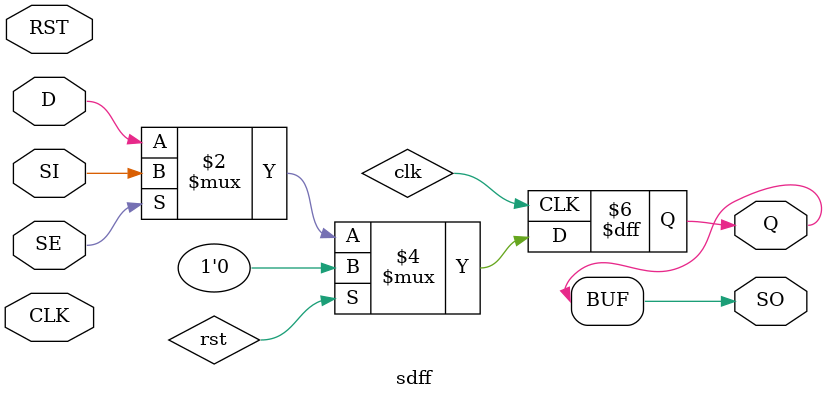
<source format=v>
module sdff(D,SI,SE,CLK,RST,SO,Q);
input D,SI,SE,CLK,RST;
output SO;
output reg Q;

always @(posedge clk)
  begin
    if(rst)
        Q <= 1'b0;
    else 
        Q <= (SE ? SI: D);
  end
assign SO = Q;
endmodule
    
 

</source>
